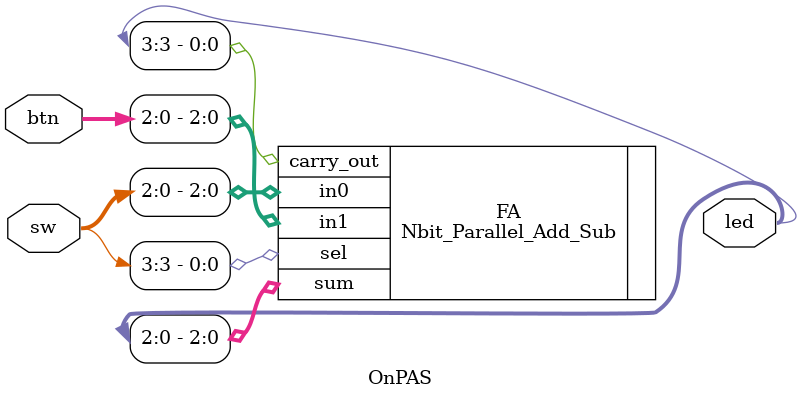
<source format=v>
`timescale 1ns / 1ps


module OnPAS(
    output [3:0]led,
    input [3:0]sw,
    input [3:0]btn
    );
    
    Nbit_Parallel_Add_Sub #(3) FA(.carry_out(led[3]), .sum(led[2:0]), .sel(sw[3]), .in0(sw[2:0]), .in1(btn[2:0]));
endmodule

</source>
